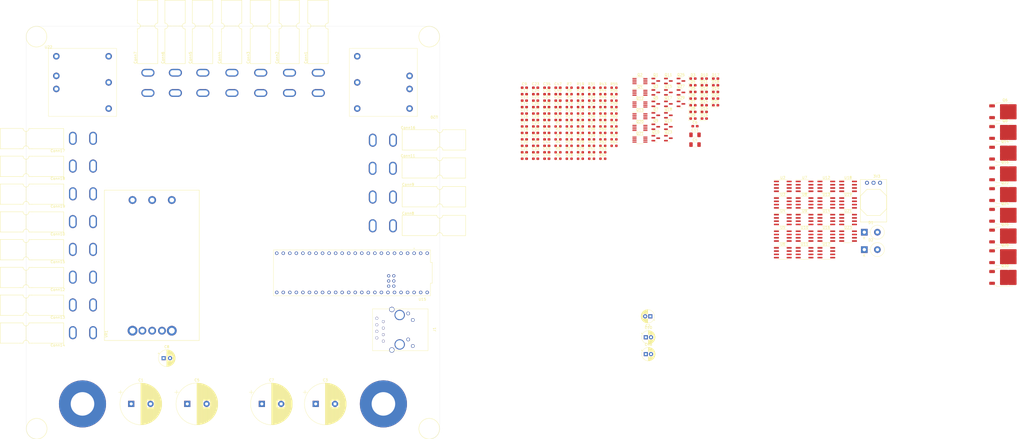
<source format=kicad_pcb>
(kicad_pcb (version 20221018) (generator pcbnew)
  (layers (0 "F.Cu" signal) (31 "B.Cu" signal) (34 "B.Paste" user) (35 "F.Paste" user) (36 "B.SilkS" user "B.Silkscreen") (37 "F.SilkS" user "F.Silkscreen") (38 "B.Mask" user) (39 "F.Mask" user) (44 "Edge.Cuts" user))
  (net 0 "")
  (net 1 "PV")
  (net 2 "GND")
  (net 3 "+12V")
  (net 4 "Switch_3 24V")
  (net 5 "+3V3")
  (net 6 "Net-(U2-FILTER)")
  (net 7 "Net-(U3-FILTER)")
  (net 8 "Net-(U4-FILTER)")
  (net 9 "Net-(U5-FILTER)")
  (net 10 "Net-(U6-FILTER)")
  (net 11 "Net-(U7-FILTER)")
  (net 12 "Net-(U8-FILTER)")
  (net 13 "Net-(U9-FILTER)")
  (net 14 "Net-(U10-FILTER)")
  (net 15 "Net-(U11-FILTER)")
  (net 16 "Net-(U12-FILTER)")
  (net 17 "Net-(U13-FILTER)")
  (net 18 "Net-(U14-FILTER)")
  (net 19 "Net-(C39-Pad2)")
  (net 20 "Net-(U16-FILTER)")
  (net 21 "Net-(U17-FILTER)")
  (net 22 "Net-(U18-FILTER)")
  (net 23 "Net-(U19-FILTER)")
  (net 24 "+24V")
  (net 25 "Net-(U21-FILTER)")
  (net 26 "Net-(U23-FILTER)")
  (net 27 "M1")
  (net 28 "M2")
  (net 29 "M3")
  (net 30 "M4")
  (net 31 "M5")
  (net 32 "M6")
  (net 33 "MS")
  (net 34 "Aux")
  (net 35 "HC_Spare")
  (net 36 "Cam")
  (net 37 "12V_Spare")
  (net 38 "RouterPi")
  (net 39 "Core")
  (net 40 "DiffGPS")
  (net 41 "LC_Spare")
  (net 42 "POE")
  (net 43 "Net Switch_1")
  (net 44 "Net Switch_2")
  (net 45 "Net Switch_3")
  (net 46 "Net-(D3-A)")
  (net 47 "Net-(D4-A)")
  (net 48 "Net-(D5-A)")
  (net 49 "Net-(D6-A)")
  (net 50 "Net-(D7-A)")
  (net 51 "Net-(D8-A)")
  (net 52 "Net-(D9-A)")
  (net 53 "Net-(D10-A)")
  (net 54 "Net-(D11-A)")
  (net 55 "Net-(D12-A)")
  (net 56 "Net-(D13-A)")
  (net 57 "Net-(D14-A)")
  (net 58 "Net-(D15-A)")
  (net 59 "Net-(D16-A)")
  (net 60 "Net-(D17-A)")
  (net 61 "Net-(D18-A)")
  (net 62 "Net-(D19-A)")
  (net 63 "Net-(D20-A)")
  (net 64 "Net-(D21-A)")
  (net 66 "LED")
  (net 68 "TX+")
  (net 69 "TX-")
  (net 71 "RX+")
  (net 72 "RX-")
  (net 73 "CTL_Cam")
  (net 74 "Net-(Q1-D)")
  (net 75 "Net-(Q2-G)")
  (net 76 "Net-(Q2-D-Pad5)")
  (net 77 "CTL_12V_Spare")
  (net 78 "Net-(Q3-D)")
  (net 79 "Net-(Q4-G)")
  (net 80 "Net-(Q4-D-Pad5)")
  (net 81 "CTL_M1")
  (net 82 "Net-(Q5-D)")
  (net 83 "Net-(Q6-G)")
  (net 84 "Net-(Q6-D)")
  (net 85 "CTL_HC_Spare")
  (net 86 "Net-(Q7-D)")
  (net 87 "Net-(Q8-G)")
  (net 88 "Net-(Q8-D)")
  (net 89 "CTL_DiffGPS")
  (net 90 "Net-(Q9-D)")
  (net 91 "CTL_LC_Spare")
  (net 92 "Net-(Q10-D)")
  (net 93 "CTL_M2")
  (net 94 "Net-(Q11-D)")
  (net 95 "Net-(Q12-G)")
  (net 96 "Net-(Q12-D-Pad5)")
  (net 97 "Net-(Q13-G)")
  (net 98 "Net-(Q13-D-Pad5)")
  (net 99 "Net-(Q14-G)")
  (net 100 "Net-(Q14-D)")
  (net 101 "CTL_Aux")
  (net 102 "Net-(Q15-D)")
  (net 103 "Net-(Q16-G)")
  (net 104 "Net-(Q16-D)")
  (net 105 "CTL_Core")
  (net 106 "Net-(Q17-D)")
  (net 107 "CTL_RouterPi")
  (net 108 "Net-(Q18-D)")
  (net 109 "CTL_M3")
  (net 110 "Net-(Q19-D)")
  (net 111 "Net-(Q20-G)")
  (net 112 "Net-(Q20-D-Pad5)")
  (net 113 "Net-(Q21-G)")
  (net 114 "Net-(Q21-D-Pad5)")
  (net 115 "Net-(Q22-G)")
  (net 116 "Net-(Q22-D)")
  (net 117 "CTL_MS")
  (net 118 "Net-(Q23-D)")
  (net 119 "Net-(Q24-G)")
  (net 120 "Net-(Q24-D)")
  (net 121 "CTL_M4")
  (net 122 "Net-(Q25-D)")
  (net 123 "Net-(Q26-G)")
  (net 124 "Net-(Q26-D)")
  (net 125 "CTL_M6")
  (net 126 "Net-(Q27-D)")
  (net 127 "Net-(Q28-G)")
  (net 128 "Net-(Q28-D)")
  (net 129 "CTL_M5")
  (net 130 "Net-(Q29-D)")
  (net 131 "Net-(Q30-G)")
  (net 132 "Net-(Q30-D)")
  (net 133 "CS_Cam")
  (net 134 "CS_12V_Spare")
  (net 135 "CS_M1")
  (net 136 "CS_HC_Spare")
  (net 137 "CS_DiffGPS")
  (net 138 "CS_LC_Spare")
  (net 139 "CS_M2")
  (net 140 "CS_Aux")
  (net 141 "CS_Core")
  (net 142 "CS_RouterPi")
  (net 143 "CS_M3")
  (net 144 "CS_MS")
  (net 145 "CS_M4")
  (net 153 "CS_Net Switch_3")
  (net 154 "CS_M5")
  (net 155 "CS_M6")
  (net 156 "CS_Net Switch_1")
  (net 160 "CS_Net Switch_2")
  (net 161 "CS_POE")
  (footprint "Resistor_SMD:R_0603_1608Metric_Pad0.98x0.95mm_HandSolder" (layer "F.Cu") (at 300.3515 90.364)
    (fp_text reference "R58")
    (fp_text value "10K")
  )
  (footprint "Resistor_SMD:R_0603_1608Metric_Pad0.98x0.95mm_HandSolder" (layer "F.Cu") (at 282.9515 102.914)
    (fp_text reference "R15")
    (fp_text value "10K")
  )
  (footprint "LED_SMD:LED_0603_1608Metric_Pad1.05x0.95mm_HandSolder" (layer "F.Cu") (at 331.0125 81.878)
    (fp_text reference "D4")
    (fp_text value "Green")
  )
  (footprint "Capacitor_SMD:C_0603_1608Metric_Pad1.08x0.95mm_HandSolder" (layer "F.Cu") (at 265.5515 110.444)
    (fp_text reference "C22")
    (fp_text value "1nF")
  )
  (footprint "Capacitor_SMD:C_0603_1608Metric_Pad1.08x0.95mm_HandSolder" (layer "F.Cu") (at 269.9015 90.364)
    (fp_text reference "C26")
    (fp_text value "0.1uF")
  )
  (footprint "LED_SMD:LED_0603_1608Metric_Pad1.05x0.95mm_HandSolder" (layer "F.Cu") (at 339.8025 87.058)
    (fp_text reference "D20")
    (fp_text value "Green")
  )
  (footprint "Capacitor_THT:CP_Radial_D16.0mm_P7.50mm" (layer "F.Cu") (at 112.896 205.74)
    (fp_text reference "C1")
    (fp_text value "1000uF")
  )
  (footprint "Capacitor_THT:CP_Radial_D5.0mm_P2.00mm" (layer "F.Cu") (at 314.452 171.704 180)
    (fp_text reference "C2")
    (fp_text value "22uF")
  )
  (footprint "MRDT_Connectors:Square_Anderson_2_H_Stacked" (layer "F.Cu") (at 90.5195 112.3467)
    (fp_text reference "Conn18")
    (fp_text value "AndersonPP")
  )
  (footprint "Resistor_SMD:R_0603_1608Metric_Pad0.98x0.95mm_HandSolder" (layer "F.Cu") (at 291.6515 95.384)
    (fp_text reference "R36")
    (fp_text value "3K")
  )
  (footprint "Capacitor_SMD:C_0603_1608Metric_Pad1.08x0.95mm_HandSolder" (layer "F.Cu") (at 274.2515 87.854)
    (fp_text reference "C37")
    (fp_text value "1nF")
  )
  (footprint "Resistor_SMD:R_0603_1608Metric_Pad0.98x0.95mm_HandSolder" (layer "F.Cu") (at 300.3515 100.404)
    (fp_text reference "R62")
    (fp_text value "10K")
  )
  (footprint "Capacitor_THT:CP_Radial_D5.0mm_P2.00mm" (layer "F.Cu") (at 312.707275 186.393)
    (fp_text reference "C48")
    (fp_text value "22uF")
  )
  (footprint "Package_SO:SOIC-8_3.9x4.9mm_P1.27mm" (layer "F.Cu") (at 374.3325 146.983)
    (fp_text reference "U11")
    (fp_text value "ACS725xLCTR-20AB")
  )
  (footprint "MRDT_Connectors:Square_Anderson_2_H_Stacked" (layer "F.Cu") (at 152.9563 77.3115 -90)
    (fp_text reference "Conn4")
    (fp_text value "AndersonPP")
  )
  (footprint "Capacitor_SMD:C_0603_1608Metric_Pad1.08x0.95mm_HandSolder" (layer "F.Cu") (at 265.5515 105.424)
    (fp_text reference "C20")
    (fp_text value "0.1uF")
  )
  (footprint "LED_SMD:LED_0603_1608Metric_Pad1.05x0.95mm_HandSolder" (layer "F.Cu") (at 335.4075 84.468)
    (fp_text reference "D12")
    (fp_text value "Green")
  )
  (footprint "Package_TO_SOT_SMD:TO-252-2" (layer "F.Cu") (at 452.1775 108.278)
    (fp_text reference "Q14")
    (fp_text value "SPD30P06PGBTMA1")
  )
  (footprint "Resistor_SMD:R_0603_1608Metric_Pad0.98x0.95mm_HandSolder" (layer "F.Cu") (at 291.6515 85.344)
    (fp_text reference "R32")
    (fp_text value "3K")
  )
  (footprint "Resistor_SMD:R_0603_1608Metric_Pad0.98x0.95mm_HandSolder" (layer "F.Cu") (at 300.3515 92.874)
    (fp_text reference "R59")
    (fp_text value "10K")
  )
  (footprint "Package_SO:SOIC-8_3.9x4.9mm_P1.27mm" (layer "F.Cu") (at 374.3325 140.533)
    (fp_text reference "U10")
    (fp_text value "ACS725xLCTR-20AB")
  )
  (footprint "Capacitor_SMD:C_0603_1608Metric_Pad1.08x0.95mm_HandSolder" (layer "F.Cu") (at 274.2515 107.934)
    (fp_text reference "C45")
    (fp_text value "1nF")
  )
  (footprint "LED_SMD:LED_0603_1608Metric_Pad1.05x0.95mm_HandSolder" (layer "F.Cu") (at 331.0125 84.468)
    (fp_text reference "D5")
    (fp_text value "Green")
  )
  (footprint "Resistor_SMD:R_0603_1608Metric_Pad0.98x0.95mm_HandSolder" (layer "F.Cu") (at 287.3015 107.934)
    (fp_text reference "R29")
    (fp_text value "10K")
  )
  (footprint "MRDT_Devices:Q36SR12020NRFA" (layer "F.Cu") (at 128.651 126.492 -90)
    (fp_text reference "VR1")
    (fp_text value "Q36SR12020NRFA")
  )
  (footprint "Resistor_SMD:R_0603_1608Metric_Pad0.98x0.95mm_HandSolder" (layer "F.Cu") (at 300.3515 105.424)
    (fp_text reference "R64")
    (fp_text value "3K")
  )
  (footprint "Capacitor_SMD:C_0603_1608Metric_Pad1.08x0.95mm_HandSolder" (layer "F.Cu") (at 278.6015 92.874)
    (fp_text reference "C52")
    (fp_text value "0.1uF")
  )
  (footprint "Package_TO_SOT_SMD:SOT-23" (layer "F.Cu") (at 326.3475 80.218)
    (fp_text reference "Q25")
    (fp_text value "BSS138")
  )
  (footprint "MRDT_Connectors:Square_Anderson_2_H_Stacked" (layer "F.Cu") (at 164.1323 77.3115 -90)
    (fp_text reference "Conn3")
    (fp_text value "AndersonPP")
  )
  (footprint "Resistor_SMD:R_0603_1608Metric_Pad0.98x0.95mm_HandSolder" (layer "F.Cu") (at 291.6515 105.424)
    (fp_text reference "R40")
    (fp_text value "10K")
  )
  (footprint "LED_SMD:LED_0603_1608Metric_Pad1.05x0.95mm_HandSolder" (layer "F.Cu") (at 339.8025 89.648)
    (fp_text reference "D21")
    (fp_text value "Green")
  )
  (footprint "MRDT_Connectors:Square_Anderson_2_H_Stacked" (layer "F.Cu") (at 90.5372 123.1417)
    (fp_text reference "Conn19")
    (fp_text value "AndersonPP")
  )
  (footprint "Capacitor_SMD:C_0603_1608Metric_Pad1.08x0.95mm_HandSolder" (layer "F.Cu") (at 278.6015 85.344)
    (fp_text reference "C49")
    (fp_text value "10uF")
  )
  (footprint "Resistor_SMD:R_0603_1608Metric_Pad0.98x0.95mm_HandSolder" (layer "F.Cu") (at 282.9515 85.344)
    (fp_text reference "R8")
    (fp_text value "1K")
  )
  (footprint "LED_SMD:LED_0603_1608Metric_Pad1.05x0.95mm_HandSolder" (layer "F.Cu") (at 331.0125 92.238)
    (fp_text reference "D8")
    (fp_text value "Green")
  )
  (footprint "Capacitor_SMD:C_0603_1608Metric_Pad1.08x0.95mm_HandSolder" (layer "F.Cu") (at 265.5515 100.404)
    (fp_text reference "C18")
    (fp_text value "0.1uF")
  )
  (footprint "Capacitor_SMD:C_0603_1608Metric_Pad1.08x0.95mm_HandSolder" (layer "F.Cu") (at 269.9015 105.424)
    (fp_text reference "C32")
    (fp_text value "0.1uF")
  )
  (footprint "Package_TO_SOT_SMD:TO-252-2" (layer "F.Cu") (at 452.1775 92.178)
    (fp_text reference "Q6")
    (fp_text value "SPD30P06PGBTMA1")
  )
  (footprint "Resistor_SMD:R_0603_1608Metric_Pad0.98x0.95mm_HandSolder" (layer "F.Cu") (at 287.3015 95.384)
    (fp_text reference "R24")
    (fp_text value "10K")
  )
  (footprint "Package_SO:MSOP-8_3x3mm_P0.65mm" (layer "F.Cu") (at 310.4175 89.368)
    (fp_text reference "Q12")
    (fp_text value "IRF7606PBF")
  )
  (footprint "Capacitor_SMD:C_0603_1608Metric_Pad1.08x0.95mm_HandSolder" (layer "F.Cu") (at 265.5515 95.384)
    (fp_text reference "C16")
    (fp_text value "1nF")
  )
  (footprint "Resistor_SMD:R_0603_1608Metric_Pad0.98x0.95mm_HandSolder" (layer "F.Cu") (at 282.9515 97.894)
    (fp_text reference "R13")
    (fp_text value "4.7K")
  )
  (footprint "MRDT_Drill_Holes:4_40_Hole_Corner" (layer "F.Cu") (at 80.20812 211.38388 180)
    (fp_text reference "V6" hide)
    (fp_text value "Via" hide)
  )
  (footprint "Capacitor_SMD:C_0603_1608Metric_Pad1.08x0.95mm_HandSolder" (layer "F.Cu") (at 265.5515 107.934)
    (fp_text reference "C21")
    (fp_text value "1nF")
  )
  (footprint "Resistor_SMD:R_0603_1608Metric_Pad0.98x0.95mm_HandSolder" (layer "F.Cu") (at 287.3015 92.874)
    (fp_text reference "R23")
    (fp_text value "4.7K")
  )
  (footprint "Resistor_SMD:R_0603_1608Metric_Pad0.98x0.95mm_HandSolder" (layer "F.Cu") (at 282.9515 107.934)
    (fp_text reference "R17")
    (fp_text value "4.7K")
  )
  (footprint "Resistor_SMD:R_0603_1608Metric_Pad0.98x0.95mm_HandSolder" (layer "F.Cu") (at 296.0015 92.874)
    (fp_text reference "R47")
    (fp_text value "3K")
  )
  (footprint "Resistor_SMD:R_0603_1608Metric_Pad0.98x0.95mm_HandSolder" (layer "F.Cu") (at 291.6515 92.874)
    (fp_text reference "R35")
    (fp_text value "10K")
  )
  (footprint "MRDT_Connectors:Square_Anderson_2_H_Stacked" (layer "F.Cu") (at 214.2338 126.2886 180)
    (fp_text reference "Conn9")
    (fp_text value "AndersonPP")
  )
  (footprint "MRDT_Connectors:Square_Anderson_2_H_Stacked" (layer "F.Cu") (at 90.5195 133.9367)
    (fp_text reference "Conn10")
    (fp_text value "AndersonPP")
  )
  (footprint "MRDT_Connectors:Square_Anderson_2_H_Stacked" (layer "F.Cu") (at 90.5195 101.5517)
    (fp_text reference "Conn17")
    (fp_text value "AndersonPP")
  )
  (footprint "Diode_THT:D_DO-201_P5.08mm_Vertical_KathodeUp" (layer "F.Cu") (at 397.5325 139.003)
    (fp_text reference "D1")
    (fp_text value "1.5KE36A+")
  )
  (footprint "Capacitor_SMD:C_0603_1608Metric_Pad1.08x0.95mm_HandSolder" (layer "F.Cu") (at 278.6015 82.834)
    (fp_text reference "C47")
    (fp_text value "1nF")
  )
  (footprint "Capacitor_SMD:C_0603_1608Metric_Pad1.08x0.95mm_HandSolder" (layer "F.Cu") (at 274.2515 97.894)
    (fp_text reference "C41")
    (fp_text value "0.1uF")
  )
  (footprint "Package_SO:SOIC-8_3.9x4.9mm_P1.27mm" (layer "F.Cu") (at 382.7825 127.633)
    (fp_text reference "U13")
    (fp_text value "ACS725xLCTR-20AB")
  )
  (footprint "Resistor_SMD:R_0603_1608Metric_Pad0.98x0.95mm_HandSolder" (layer "F.Cu") (at 291.6515 102.914)
    (fp_text reference "R39")
    (fp_text value "4.7K")
  )
  (footprint "Resistor_SMD:R_0603_1608Metric_Pad0.98x0.95mm_HandSolder" (layer "F.Cu") (at 282.9515 100.404)
    (fp_text reference "R14")
    (fp_text value "10K")
  )
  (footprint "Resistor_SMD:R_0603_1608Metric_Pad0.98x0.95mm_HandSolder" (layer "F.Cu") (at 296.0015 82.834)
    (fp_text reference "R43")
    (fp_text value "10K")
  )
  (footprint "Capacitor_SMD:C_1206_3216Metric_Pad1.33x1.80mm_HandSolder" (layer "F.Cu") (at 331.7975 104.948)
    (fp_text reference "C4")
    (fp_text value "10uF")
  )
  (footprint "MRDT_Connectors:Square_Anderson_2_H_Stacked" (layer "F.Cu") (at 130.998 77.3115 -90)
    (fp_text reference "Conn6")
    (fp_text value "AndersonPP")
  )
  (footprint "MRDT_Connectors:Square_Anderson_2_H_Stacked" (layer "F.Cu") (at 214.2338 137.4646 180)
    (fp_text reference "Conn8")
    (fp_text value "AndersonPP")
  )
  (footprint "LED_SMD:LED_0603_1608Metric_Pad1.05x0.95mm_HandSolder" (layer "F.Cu") (at 335.4075 79.288)
    (fp_text reference "D10")
    (fp_text value "Green")
  )
  (footprint "Package_TO_SOT_SMD:SOT-23" (layer "F.Cu") (at 316.5675 89.118)
    (fp_text reference "Q5")
    (fp_text value "BSS138")
  )
  (footprint "Capacitor_SMD:C_0603_1608Metric_Pad1.08x0.95mm_HandSolder" (layer "F.Cu") (at 278.6015 90.364)
    (fp_text reference "C51")
    (fp_text value "1nF")
  )
  (footprint "Capacitor_SMD:C_0603_1608Metric_Pad1.08x0.95mm_HandSolder" (layer "F.Cu") (at 269.9015 97.894)
    (fp_text reference "C29")
    (fp_text value "1nF")
  )
  (footprint "MRDT_Devices:PKE3316ZPI" (layer "F.Cu") (at 224.028 93.98 180)
    (fp_text reference "U20")
    (fp_text value "PKE3316ZPI")
  )
  (footprint "MRDT_Connectors:Square_Anderson_2_H_Stacked" (layer "F.Cu") (at 186.4843 77.3115 -90)
    (fp_text reference "Conn1")
    (fp_text value "AndersonPP")
  )
  (footprint "Package_SO:MSOP-8_3x3mm_P0.65mm" (layer "F.Cu") (at 310.4175 98.468)
    (fp_text reference "Q20")
    (fp_text value "IRF7606PBF")
  )
  (footprint "MRDT_Drill_Holes:BATT_PWR_VIA" (layer "F.Cu") (at 210.82 205.74 90)
    (fp_text reference "V2" hide)
    (fp_text value "BATT_PWR_VIA" hide)
  )
  (footprint "Resistor_SMD:R_0603_1608Metric_Pad0.98x0.95mm_HandSolder" (layer "F.Cu") (at 296.0015 85.344)
    (fp_text reference "R44")
    (fp_text value "10K")
  )
  (footprint "Package_TO_SOT_SMD:SOT-23" (layer "F.Cu") (at 316.5675 93.568)
    (fp_text reference "Q7")
    (fp_text value "BSS138")
  )
  (footprint "Capacitor_SMD:C_0603_1608Metric_Pad1.08x0.95mm_HandSolder" (layer "F.Cu") (at 269.9015 95.384)
    (fp_text reference "C28")
    (fp_text value "0.1uF")
  )
  (footprint "Package_SO:SOIC-8_3.9x4.9mm_P1.27mm" (layer "F.Cu") (at 365.8825 134.083)
    (fp_text reference "U4")
    (fp_text value "ACS725xLCTR-20AB")
  )
  (footprint "Package_SO:SOIC-8_3.9x4.9mm_P1.27mm" (layer "F.Cu") (at 391.2325 134.083)
    (fp_text reference "U21")
    (fp_text value "ACS725xLCTR-20AB")
  )
  (footprint "Resistor_SMD:R_0603_1608Metric_Pad0.98x0.95mm_HandSolder" (layer "F.Cu") (at 296.0015 97.894)
    (fp_text reference "R49")
    (fp_text value "4.7K")
  )
  (footprint "Resistor_SMD:R_0603_1608Metric_Pad0.98x0.95mm_HandSolder" (layer "F.Cu") (at 296.0015 95.384)
    (fp_text reference "R48")
    (fp_text value "3K")
  )
  (footprint "Package_SO:SOIC-8_3.9x4.9mm_P1.27mm" (layer "F.Cu") (at 391.2325 140.533)
    (fp_text reference "U23")
    (fp_text value "ACS725xLCTR-20AB")
  )
  (footprint "Resistor_SMD:R_0603_1608Metric_Pad0.98x0.95mm_HandSolder" (layer "F.Cu") (at 296.0015 102.914)
    (fp_text reference "R51")
    (fp_text value "10K")
  )
  (footprint "Resistor_SMD:R_0603_1608Metric_Pad0.98x0.95mm_HandSolder" (layer "F.Cu") (at 278.6015 102.914)
    (fp_text reference "R3")
    (fp_text value "1K")
  )
  (footprint "Capacitor_SMD:C_0603_1608Metric_Pad1.08x0.95mm_HandSolder" (layer "F.Cu") (at 269.9015 100.404)
    (fp_text reference "C30")
    (fp_text value "1nF")
  )
  (footprint "Package_TO_SOT_SMD:TO-252-2" (layer "F.Cu") (at 452.1775 148.528)
    (fp_text reference "Q28")
    (fp_text value "SPD30P06PGBTMA1")
  )
  (footprint "Package_TO_SOT_SMD:SOT-23" (layer "F.Cu") (at 316.5675 102.468)
    (fp_text reference "Q10")
    (fp_text value "BSS138")
  )
  (footprint "Package_SO:MSOP-8_3x3mm_P0.65mm" (layer "F.Cu") (at 310.4175 84.818)
    (fp_text reference "Q4")
    (fp_text value "IRF7606PBF")
  )
  (footprint "Resistor_SMD:R_0603_1608Metric_Pad0.98x0.95mm_HandSolder" (layer "F.Cu") (at 282.9515 95.384)
    (fp_text reference "R12")
    (fp_text value "1K")
  )
  (footprint "MRDT_Drill_Holes:4_40_Hole_Corner" (layer "F.Cu") (at 80.1257 67.00012 90)
    (fp_text reference "V4" hide)
    (fp_text value "Via" hide)
  )
  (footprint "Package_TO_SOT_SMD:SOT-23" (layer "F.Cu") (at 326.3475 89.118)
    (fp_text reference "Q29")
    (fp_text value "BSS138")
  )
  (footprint "Resistor_SMD:R_0603_1608Metric_Pad0.98x0.95mm_HandSolder" (layer "F.Cu") (at 287.3015 87.854)
    (fp_text reference "R21")
    (fp_text value "4.7K")
  )
  (footprint "Resistor_SMD:R_0603_1608Metric_Pad0.98x0.95mm_HandSolder" (layer "F.Cu") (at 278.6015 105.424)
    (fp_text reference "R4")
    (fp_text value "100")
  )
  (footprint "Package_SO:SOIC-8_3.9x4.9mm_P1.27mm" (layer "F.Cu") (at 374.3325 127.633)
    (fp_text reference "U8")
    (fp_text value "ACS725xLCTR-20AB")
  )
  (footprint "MRDT_Drill_Holes:4_40_Hole_Corner" (layer "F.Cu") (at 224.59188 211.38388 -90)
    (fp_text reference "V5" hide)
    (fp_text value "Via" hide)
  )
  (footprint "Resistor_SMD:R_0603_1608Metric_Pad0.98x0.95mm_HandSolder" (layer "F.Cu") (at 278.6015 110.444)
    (fp_text reference "R6")
    (fp_text value "10K")
  )
  (footprint "Package_TO_SOT_SMD:SOT-23" (layer "F.Cu") (at 326.3475 84.668)
    (fp_text reference "Q27")
    (fp_text value "BSS138")
  )
  (footprint "Resistor_SMD:R_0603_1608Metric_Pad0.98x0.95mm_HandSolder" (layer "F.Cu") (at 287.3015 100.404)
    (fp_text reference "R26")
    (fp_text value "10K")
  )
  (footprint "Resistor_SMD:R_0603_1608Metric_Pad0.98x0.95mm_HandSolder" (layer "F.Cu") (at 296.0015 107.934)
    (fp_text reference "R53")
    (fp_text value "4.7K")
  )
  (footprint "Package_TO_SOT_SMD:SOT-23" (layer "F.Cu") (at 321.4575 84.668)
    (fp_text reference "Q15")
    (fp_text value "BSS138")
  )
  (footprint "Resistor_SMD:R_0603_1608Metric_Pad0.98x0.95mm_HandSolder" (layer "F.Cu") (at 287.3015 97.894)
    (fp_text reference "R25")
    (fp_text value "10K")
  )
  (footprint "Capacitor_SMD:C_0603_1608Metric_Pad1.08x0.95mm_HandSolder" (layer "F.Cu") (at 274.2515 105.424)
    (fp_text reference "C44")
    (fp_text value "0.1uF")
  )
  (footprint "Capacitor_SMD:C_0603_1608Metric_Pad1.08x0.95mm_HandSolder" (layer "F.Cu") (at 274.2515 102.914)
    (fp_text reference "C43")
    (fp_text value "0.1uF")
  )
  (footprint "Package_TO_SOT_SMD:TO-252-2" (layer "F.Cu") (at 452.1775 124.378)
    (fp_text reference "Q22")
    (fp_text value "SPD30P06PGBTMA1")
  )
  (footprint "Package_SO:SOIC-8_3.9x4.9mm_P1.27mm" (layer "F.Cu") (at 382.7825 146.983)
    (fp_text reference "U17")
    (fp_text value "ACS725xLCTR-20AB")
  )
  (footprint "Capacitor_SMD:C_0603_1608Metric_Pad1.08x0.95mm_HandSolder" (layer "F.Cu") (at 331.7975 97.798)
    (fp_text reference "C6")
    (fp_text value "0.1uF")
  )
  (footprint "Package_TO_SOT_SMD:SOT-23" (layer "F.Cu") (at 321.4575 102.468)
    (fp_text reference "Q23")
    (fp_text value "BSS138")
  )
  (footprint "Package_SO:SOIC-8_3.9x4.9mm_P1.27mm" (layer "F.Cu") (at 365.8825 140.533)
    (fp_text reference "U5")
    (fp_text value "ACS725xLCTR-20AB")
  )
  (footprint "Resistor_SMD:R_0603_1608Metric_Pad0.98x0.95mm_HandSolder" (layer "F.Cu") (at 287.3015 82.834)
    (fp_text reference "R19")
    (fp_text value "10K")
  )
  (footprint "Capacitor_SMD:C_0603_1608Metric_Pad1.08x0.95mm_HandSolder" (layer "F.Cu") (at 265.5515 90.364)
    (fp_text reference "C14")
    (fp_text value "1nF")
  )
  (footprint "Package_TO_SOT_SMD:TO-252-2" (layer "F.Cu") (at 452.1775 140.478)
    (fp_text reference "Q26")
    (fp_text value "SPD30P06PGBTMA1")
  )
  (footprint "Capacitor_SMD:C_0603_1608Metric_Pad1.08x0.95mm_HandSolder" (layer "F.Cu") (at 274.2515 100.404)
    (fp_text reference "C42")
    (fp_text value "1nF")
  )
  (footprint "Capacitor_THT:CP_Radial_D6.3mm_P2.50mm" (layer "F.Cu") (at 125.476 187.96)
    (fp_text reference "C8")
    (fp_text value "220uF")
  )
  (footprint "Capacitor_SMD:C_0603_1608Metric_Pad1.08x0.95mm_HandSolder" (layer "F.Cu") (at 269.9015 82.834)
    (fp_text reference "C23")
    (fp_text value "0.1uF")
  )
  (footprint "Resistor_SMD:R_0603_1608Metric_Pad0.98x0.95mm_HandSolder" (layer "F.Cu") (at 291.6515 110.444)
    (fp_text reference "R42")
    (fp_text value "10K")
  )
  (footprint "Package_TO_SOT_SMD:SOT-23" (layer "F.Cu") (at 316.5675 98.018)
    (fp_text reference "Q9")
    (fp_text value "BSS138")
  )
  (footprint "LED_SMD:LED_0603_1608Metric_Pad1.05x0.95mm_HandSolder" (layer "F.Cu") (at 335.4075 89.648)
    (fp_text reference "D14")
    (fp_text value "Green")
  )
  (footprint "Capacitor_SMD:C_0603_1608Metric_Pad1.08x0.95mm_HandSolder" (layer "F.Cu") (at 274.2515 85.344)
    (fp_text reference "C36")
    (fp_text value "0.1uF")
  )
  (footprint "Capacitor_SMD:C_0603_1608Metric_Pad1.08x0.95mm_HandSolder" (layer "F.Cu") (at 269.9015 110.444)
    (fp_text reference "C34")
    (fp_text value "0.1uF")
  )
  (footprint "LED_SMD:LED_0603_1608Metric_Pad1.05x0.95mm_HandSolder" (layer "F.Cu") (at 339.8025 81.878)
    (fp_text reference "D18")
    (fp_text value "Green")
  )
  (footprint "Capacitor_SMD:C_0603_1608Metric_Pad1.08x0.95mm_HandSolder" (layer "F.Cu") (at 265.5515 85.344)
    (fp_text reference "C12")
    (fp_text value "22uF")
  )
  (footprint "Resistor_SMD:R_0603_1608Metric_Pad0.98x0.95mm_HandSolder" (layer "F.Cu") (at 300.3515 85.344)
    (fp_text reference "R56")
    (fp_text value "3K")
  )
  (footprint "MRDT_Connectors:Square_Anderson_2_H_Stacked" (layer "F.Cu") (at 214.2485 104.1883 180)
    (fp_text reference "Conn16")
    (fp_text value "AndersonPP")
  )
  (footprint "LED_SMD:LED_0603_1608Metric_Pad1.05x0.95mm_HandSolder" (layer "F.Cu") (at 339.8025 84.468)
    (fp_text reference "D19")
    (fp_text value "Green")
  )
  (footprint "MRDT_Connectors:Square_Anderson_2_H_Stacked" (layer "F.Cu") (at 120.33 77.3115 -90)
    (fp_text reference "Conn7")
    (fp_text value "AndersonPP")
  )
  (footprint "Package_TO_SOT_SMD:TO-252-2" (layer "F.Cu") (at 452.1775 132.428)
    (fp_text reference "Q24")
    (fp_text value "SPD30P06PGBTMA1")
  )
  (footprint "Capacitor_SMD:C_0603_1608Metric_Pad1.08x0.95mm_HandSolder" (layer "F.Cu") (at 265.5515 97.894)
    (fp_text reference "C17")
    (fp_text value "1nF")
  )
  (footprint "Package_TO_SOT_SMD:TO-252-2" (layer "F.Cu") (at 452.1775 156.578)
    (fp_text reference "Q30")
    (fp_text value "SPD30P06PGBTMA1")
  )
  (footprint "Resistor_SMD:R_0603_1608Metric_Pad0.98x0.95mm_HandSolder" (layer "F.Cu") (at 291.6515 90.364)
    (fp_text reference "R34")
    (fp_text value "10K")
  )
  (footprint "MRDT_Drill_Holes:BATT_PWR_VIA" (layer "F.Cu") (at 93.98 205.74 90)
    (fp_text reference "V1" hide)
    (fp_text value "GND" hide)
  )
  (footprint "Resistor_SMD:R_0603_1608Metric_Pad0.98x0.95mm_HandSolder" (layer "F.Cu") (at 300.3515 82.834)
    (fp_text reference "R55")
    (fp_text value "10K")
  )
  (footprint "Resistor_SMD:R_0603_1608Metric_Pad0.98x0.95mm_HandSolder" (layer "F.Cu") (at 300.3515 102.914)
    (fp_text reference "R63")
    (fp_text value "10K")
  )
  (footprint "Capacitor_SMD:C_0603_1608Metric_Pad1.08x0.95mm_HandSolder" (layer "F.Cu") (at 278.6015 95.384)
    (fp_text reference "C53")
    (fp_text value "1nF")
  )
  (footprint "Resistor_SMD:R_0603_1608Metric_Pad0.98x0.95mm_HandSolder" (layer "F.Cu") (at 282.9515 110.444)
    (fp_text reference "R18")
    (fp_text value "10K")
  )
  (footprint "Resistor_SMD:R_0603_1608Metric_Pad0.98x0.95mm_HandSolder" (layer "F.Cu") (at 300.3515 95.384)
    (fp_text reference "R60")
    (fp_text value "3K")
  )
  (footprint "Package_TO_SOT_SMD:SOT-23" (layer "F.Cu") (at 321.4575 98.018)
    (fp_text reference "Q19")
    (fp_text value "BSS138")
  )
  (footprint "Capacitor_SMD:C_0603_1608Metric_Pad1.08x0.95mm_HandSolder" (layer "F.Cu") (at 274.2515 90.364)
    (fp_text reference "C38")
    (fp_text value "0.1uF")
  )
  (footprint "Package_TO_SOT_SMD:TO-252-2" (layer "F.Cu") (at 452.1775 116.328)
    (fp_text reference "Q16")
    (fp_text value "SPD30P06PGBTMA1")
  )
  (footprint "Resistor_SMD:R_0603_1608Metric_Pad0.98x0.95mm_HandSolder" (layer "F.Cu") (at 282.9515 82.834)
    (fp_text reference "R7")
    (fp_text value "10K")
  )
  (footprint "MRDT_Connectors:Square_Anderson_2_H_Stacked" (layer "F.Cu") (at 90.5195 155.5267)
    (fp_text reference "Conn12")
    (fp_text value "AndersonPP")
  )
  (footprint "Package_SO:SOIC-8_3.9x4.9mm_P1.27mm" (layer "F.Cu") (at 365.8825 121.183)
    (fp_text reference "U2")
    (fp_text value "ACS725xLCTR-20AB")
  )
  (footprint "Capacitor_SMD:C_0603_1608Metric_Pad1.08x0.95mm_HandSolder" (layer "F.Cu") (at 274.2515 82.834)
    (fp_text reference "C35")
    (fp_text value "1nF")
  )
  (footprint "Package_SO:SOIC-8_3.9x4.9mm_P1.27mm" (layer "F.Cu") (at 391.2325 127.633)
    (fp_text reference "U19")
    (fp_text value "ACS725xLCTR-20AB")
  )
  (footprint "Package_SO:SOIC-8_3.9x4.9mm_P1.27mm" (layer "F.Cu") (at 374.3325 134.083)
    (fp_text reference "U9")
    (fp_text value "ACS725xLCTR-20AB")
  )
  (footprint "MRDT_Connectors:Square_Anderson_2_H_Stacked" (layer "F.Cu") (at 90.5195 177.1167)
    (fp_text reference "Conn14")
    (fp_text value "AndersonPP")
  )
  (footprint "MRDT_Connectors:Square_Anderson_2_H_Stacked" (layer "F.Cu") (at 90.5195 144.7317)
    (fp_text reference "Conn15")
    (fp_text value "AndersonPP")
  )
  (footprint "Capacitor_SMD:C_0603_1608Metric_Pad1.08x0.95mm_HandSolder" (layer "F.Cu") (at 265.5515 82.834)
    (fp_text reference "C9")
    (fp_text value "10uF")
  )
  (footprint "Package_TO_SOT_SMD:SOT-23" (layer "F.Cu") (at 321.4575 89.118)
    (fp_text reference "Q17")
    (fp_text value "BSS138")
  )
  (footprint "Package_SO:SOIC-8_3.9x4.9mm_P1.27mm" (layer "F.Cu") (at 391.2325 121.183)
    (fp_text reference "U18")
    (fp_text value "ACS725xLCTR-20AB")
  )
  (footprint "LED_SMD:LED_0603_1608Metric_Pad1.05x0.95mm_HandSolder" (layer "F.Cu") (at 331.0125 79.288)
    (fp_text reference "D3")
    (fp_text value "Green")
  )
  (footprint "Capacitor_THT:CP_Radial_D16.0mm_P7.50mm" (layer "F.Cu") (at 184.524 205.74)
    (fp_text reference "C3")
    (fp_text value "1000uF")
  )
  (footprint "Resistor_SMD:R_0603_1608Metric_Pad0.98x0.95mm_HandSolder" (layer "F.Cu") (at 291.6515 107.934)
    (fp_text reference "R41")
    (fp_text value "10K")
  )
  (footprint "Resistor_SMD:R_0603_1608Metric_Pad0.98x0.95mm_HandSolder" (layer "F.Cu") (at 291.6515 82.834)
    (fp_text reference "R31")
    (fp_text value "3K")
  )
  (footprint "Package_TO_SOT_SMD:SOT-23" (layer "F.Cu") (at 316.5675 84.668)
    (fp_text reference "Q3")
    (fp_text value "BSS138")
  )
  (footprint "Resistor_SMD:R_0603_1608Metric_Pad0.98x0.95mm_HandSolder" (layer "F.Cu") (at 282.9515 105.424)
    (fp_text reference "R16")
    (fp_text value "3K")
  )
  (footprint "MRDT_Connectors:Square_Anderson_2_H_Stacked" (layer "F.Cu") (at 175.3083 77.3115 -90)
    (fp_text reference "Conn2")
    (fp_text value "AndersonPP")
  )
  (footprint "Resistor_SMD:R_0603_1608Metric_Pad0.98x0.95mm_HandSolder" (layer "F.Cu") (at 296.0015 90.364)
    (fp_text reference "R46")
    (fp_text value "3K")
  )
  (footprint "Resistor_SMD:R_0603_1608Metric_Pad0.98x0.95mm_HandSolder" (layer "F.Cu") (at 282.9515 92.874)
    (fp_text reference "R11")
    (fp_text value "10K")
  )
  (footprint "Resistor_SMD:R_0603_1608Metric_Pad0.98x0.95mm_HandSolder" (layer "F.Cu") (at 291.6515 87.854)
    (fp_text reference "R33")
    (fp_text value "4.7K")
  )
  (footprint "LED_SMD:LED_0603_1608Metric_Pad1.05x0.95mm_HandSolder" (layer "F.Cu") (at 331.0125 87.058)
    (fp_text reference "D6")
    (fp_text value "Green")
  )
  (footprint "Resistor_SMD:R_0603_1608Metric_Pad0.98x0.95mm_HandSolder" (layer "F.Cu") (at 278.6015 107.934)
    (fp_text reference "R5")
    (fp_text value "4.7K")
  )
  (footprint "MRDT_Connectors:RJ45_Teensy" (layer "F.Cu") (at 230.138 176.786 90)
    (fp_text reference "J1")
    (fp_text value "RJ45_LED_Shielded")
  )
  (footprint "Resistor_SMD:R_0603_1608Metric_Pad0.98x0.95mm_HandSolder" (layer "F.Cu") (at 287.3015 85.344)
    (fp_text reference "R20")
    (fp_text value "3K")
  )
  (footprint "Capacitor_SMD:C_0603_1608Metric_Pad1.08x0.95mm_HandSolder" (layer "F.Cu") (at 269.9015 85.344)
    (fp_text reference "C24")
    (fp_text value "0.1uF")
  )
  (footprint "Resistor_SMD:R_0603_1608Metric_Pad0.98x0.95mm_HandSolder" (layer "F.Cu") (at 296.0015 100.404)
    (fp_text reference "R50")
    (fp_text value "10K")
  )
  (footprint "Capacitor_SMD:C_0603_1608Metric_Pad1.08x0.95mm_HandSolder" (layer "F.Cu") (at 278.6015 87.854)
    (fp_text reference "C50")
    (fp_text value "0.1uF")
  )
  (footprint "LED_SMD:LED_0603_1608Metric_Pad1.05x0.95mm_HandSolder" (layer "F.Cu") (at 331.0125 94.828)
    (fp_text reference "D9")
    (fp_text value "Green")
  )
  (footprint "Resistor_SMD:R_0603_1608Metric_Pad0.98x0.95mm_HandSolder" (layer "F.Cu") (at 278.6015 97.894)
    (fp_text reference "R1")
    (fp_text value "3k")
  )
  (footprint "LED_SMD:LED_0603_1608Metric_Pad1.05x0.95mm_HandSolder" (layer "F.Cu") (at 339.8025 79.288)
    (fp_text reference "D17")
    (fp_text value "Green")
  )
  (footprint "Resistor_SMD:R_0603_1608Metric_Pad0.98x0.95mm_HandSolder" (layer "F.Cu") (at 296.0015 110.444)
    (fp_text reference "R54")
    (fp_text value "10K")
  )
  (footprint "Resistor_SMD:R_0603_1608Metric_Pad0.98x0.95mm_HandSolder" (layer "F.Cu") (at 282.9515 90.364)
    (fp_text reference "R10")
    (fp_text value "10K")
  )
  (footprint "Capacitor_SMD:C_0603_1608Metric_Pad1.08x0.95mm_HandSolder" (layer "F.Cu") (at 269.9015 107.934)
    (fp_text reference "C33")
    (fp_text value "1nF")
  )
  (footprint "Package_SO:SOIC-8_3.9x4.9mm_P1.27mm" (layer "F.Cu") (at 382.7825 134.083)
    (fp_text reference "U14")
    (fp_text value "ACS725xLCTR-20AB")
  )
  (footprint "Package_SO:SOIC-8_3.9x4.9mm_P1.27mm" (layer "F.Cu") (at 382.7825 121.183)
    (fp_text reference "U12")
    (fp_text value "ACS725xLCTR-20AB")
  )
  (footprint "MRDT_Connectors:Square_Anderson_2_H_Stacked" (layer "F.Cu") (at 90.5195 166.3217)
    (fp_text reference "Conn13")
    (fp_text value "AndersonPP")
  )
  (footprint "MRDT_Devices:OKI_Horizontal" (layer "F.Cu") (at 398.5725 119.803)
    (fp_text reference "U1" hide)
    (fp_text value "3V3")
  )
  (footprint "Package_TO_SOT_SMD:TO-252-2" (layer "F.Cu") (at 452.1775 100.228)
    (fp_text reference "Q8")
    (fp_text value "SPD30P06PGBTMA1")
  )
  (footprint "Package_SO:MSOP-8_3x3mm_P0.65mm" (layer "F.Cu") (at 310.4175 80.268)
    (fp_text reference "Q2")
    (fp_text value "IRF7606PBF")
  )
  (footprint "Capacitor_THT:CP_Radial_D16.0mm_P7.50mm" (layer "F.Cu") (at 163.619246 205.74)
    (fp_text reference "C7")
    (fp_text value "1000uF")
  )
  (footprint "Capacitor_THT:CP_Radial_D5.0mm_P2.00mm" (layer "F.Cu") (at 312.707275 179.843)
    (fp_text reference "C10")
    (fp_text value "22uF")
  )
  (footprint "MRDT_Devices:PKE3316ZPI" (layer "F.Cu") (at 80.772 67.564)
    (fp_text reference "U22")
    (fp_text value "PKE3316ZPI")
  )
  (footprint "LED_SMD:LED_0603_1608Metric_Pad1.05x0.95mm_HandSolder" (layer "F.Cu") (at 335.4075 94.828)
    (fp_text reference "D16")
    (fp_text value "Green")
  )
  (footprint "Capacitor_THT:CP_Radial_D16.0mm_P7.50mm" (layer "F.Cu") (at 134.663246 205.74)
    (fp_text reference "C5")
    (fp_text value "1000uF")
  )
  (footprint "Package_SO:SOIC-8_3.9x4.9mm_P1.27mm" (layer "F.Cu") (at 365.8825 127.633)
    (fp_text reference "U3")
    (fp_text value "ACS725xLCTR-20AB")
  )
  (footprint "Resistor_SMD:R_0603_1608Metric_Pad0.98x0.95mm_HandSolder" (layer "F.Cu") (at 291.6515 100.404)
    (fp_text reference "R38")
    (fp_text value "4.7K")
  )
  (footprint "MRDT_Connectors:Square_Anderson_2_H_Stacked" (layer "F.Cu") (at 141.666 77.3115 -90)
    (fp_text reference "Conn5")
    (fp_text value "AndersonPP")
  )
  (footprint "MRDT_Connectors:Square_Anderson_2_H_Stacked" (layer "F.Cu") (at 214.1988 115.1126 180)
    (fp_text reference "Conn11")
    (fp_text value "AndersonPP")
  )
  (footprint "Capacitor_SMD:C_0603_1608Metric_Pad1.08x0.95mm_HandSolder" (layer "F.Cu") (at 269.9015 87.854)
    (fp_text reference "C25")
    (fp_text value "1nF")
  )
  (footprint "Capacitor_SMD:C_0603_1608Metric_Pad1.08x0.95mm_HandSolder" (layer "F.Cu") (at 274.2515 95.384)
    (fp_text reference "C40")
    (fp_text value "1nF")
  )
  (footprint "Resistor_SMD:R_0603_1608Metric_Pad0.98x0.95mm_HandSolder" (layer "F.Cu") (at 300.3515 97.894)
    (fp_text reference "R61")
    (fp_text value "4.7K")
  )
  (footprint "Resistor_SMD:R_0603_1608Metric_Pad0.98x0.95mm_HandSolder" (layer "F.Cu") (at 287.3015 110.444)
    (fp_text reference "R30")
    (fp_text value "3K")
  )
  (footprint "MRDT_Drill_Holes:4_40_Hole_Corner" (layer "F.Cu") (at 224.59188 67.00012)
    (fp_text reference "V3" hide)
    (fp_text value "Via" hide)
  )
  (footprint "Resistor_SMD:R_0603_1608Metric_Pad0.98x0.95mm_HandSolder" (layer "F.Cu") (at 300.3515 87.854)
    (fp_text reference "R57")
    (fp_text value "4.7K")
  )
  (footprint "Capacitor_SMD:C_0603_1608Metric_Pad1.08x0.95mm_HandSolder" (layer "F.Cu") (at 274.2515 110.444)
    (fp_text reference "C46")
    (fp_text value "0.1uF")
  )
  (footprint "Resistor_SMD:R_0603_1608Metric_Pad0.98x0.95mm_HandSolder" (layer "F.Cu") (at 278.6015 100.404)
    (fp_text reference "R2")
    (fp_text value "2K")
  )
  (footprint "Capacitor_SMD:C_1206_3216Metric_Pad1.33x1.80mm_HandSolder" (layer "F.Cu") (at 331.7975 101.148)
    (fp_text reference "C11")
    (fp_text value "10uF")
  )
  (footprint "Diode_THT:D_DO-201_P5.08mm_Vertical_KathodeUp" (layer "F.Cu") (at 397.5325 145.773)
    (fp_text reference "D2")
    (fp_text value "1.5KE36A+")
  )
  (footprint "Capacitor_SMD:C_0603_1608Metric_Pad1.08x0.95mm_HandSolder" (layer "F.Cu") (at 269.9015 92.874)
    (fp_text reference "C27")
    (fp_text value "1nF")
  )
  (footprint "Resistor_SMD:R_0603_1608Metric_Pad0.98x0.95mm_HandSolder" (layer "F.Cu") (at 296.0015 87.854)
    (fp_text reference "R45")
    (fp_text value "10K")
  )
  (footprint "Resistor_SMD:R_0603_1608Metric_Pad0.98x0.95mm_HandSolder" (layer "F.Cu") (at 291.6515 97.894)
    (fp_text reference "R37")
    (fp_text value "4.7K")
  )
  (footprint "Capacitor_SMD:C_0603_1608Metric_Pad1.08x0.95mm_HandSolder" (layer "F.Cu") (at 265.5515 92.874)
    (fp_text reference "C15")
    (fp_text value "0.1uF")
  )
  (footprint "Package_SO:SOIC-8_3.9x4.9mm_P1.27mm" (layer "F.Cu") (at 365.8825 146.983)
    (fp_text reference "U6")
    (fp_text value "ACS725xLCTR-20AB")
  )
  (footprint "Capacitor_SMD:C_0603_1608Metric_Pad1.08x0.95mm_HandSolder" (layer "F.Cu") (at 265.5515 102.914)
    (fp_text reference "C19")
    (fp_text value "1nF")
  )
  (footprint "Resistor_SMD:R_0603_1608Metric_Pad0.98x0.95mm_HandSolder" (layer "F.Cu") (at 287.3015 102.914)
    (fp_text reference "R27")
    (fp_text value "10K")
  )
  (footprint "Package_SO:MSOP-8_3x3mm_P0.65mm" (layer "F.Cu") (at 310.4175 93.918)
    (fp_text reference "Q13")
    (fp_text value "IRF7606PBF")
  )
  (footprint "LED_SMD:LED_0603_1608Metric_Pad1.05x0.95mm_HandSolder" (layer "F.Cu") (at 335.4075 81.878)
    (fp_text reference "D11")
    (fp_text value "Green")
  )
  (footprint "Resistor_SMD:R_0603_1608Metric_Pad0.98x0.95mm_HandSolder" (layer "F.Cu") (at 296.0015 105.424)
    (fp_text reference "R52")
    (fp_text value "3K")
  )
  (footprint "Capacitor_SMD:C_0603_1608Metric_Pad1.08x0.95mm_HandSolder" (layer "F.Cu") (at 274.2515 92.874)
    (fp_text reference "C39")
    (fp_text value "0.1uF")
  )
  (footprint "Resistor_SMD:R_0603_1608Metric_Pad0.98x0.95mm_HandSolder" (layer "F.Cu") (at 282.9515 87.854)
    (fp_text reference "R9")
    (fp_text value "4.7K")
  )
  (footprint "Package_SO:MSOP-8_3x3mm_P0.65mm" (layer "F.Cu") (at 310.4175 103.018)
    (fp_text reference "Q21")
    (fp_text value "IRF7606PBF")
  )
  (footprint "LED_SMD:LED_0603_1608Metric_Pad1.05x0.95mm_HandSolder" (layer "F.Cu") (at 335.4075 92.238)
    (fp_text reference "D15")
    (fp_text value "Green")
  )
  (footprint "Capacitor_SMD:C_0603_1608Metric_Pad1.08x0.95mm_HandSolder" (layer "F.Cu") (at 269.9015 102.914)
    (fp_text reference "C31")
    (fp_text value "0.1uF")
  )
  (footprint "Resistor_SMD:R_0603_1608Metric_Pad0.98x0.95mm_HandSolder" (layer "F.Cu") (at 287.3015 90.364)
    (fp_text reference "R22")
    (fp_text value "4.7K")
  )
  (footprint "Package_TO_SOT_SMD:SOT-23" (layer "F.Cu") (at 321.4575 80.218)
    (fp_text reference "Q11")
    (fp_text value "BSS138")
  )
  (footprint "MRDT_Shields:Teensy_4_1_Ethernet" (layer "F.Cu") (at 198.612 154.786 180)
    (fp_text reference "U15")
    (fp_text value "Teensy4.1_DEV-16771")
  )
  (footprint "Capacitor_SMD:C_0603_1608Metric_Pad1.08x0.95mm_HandSolder" (layer "F.Cu") (at 265.5515 87.854)
    (fp_text reference "C13")
    (fp_text value "0.1uF")
  )
  (footprint "Package_TO_SOT_SMD:SOT-23" (layer "F.Cu") (at 316.5675 80.218)
    (fp_text reference "Q1")
    (fp_text value "BSS138")
  )
  (footprint "Package_SO:SOIC-8_3.9x4.9mm_P1.27mm" (layer "F.Cu") (at 382.7825 140.533)
    (fp_text reference "U16")
    (fp_text value "ACS725xLCTR-20AB")
  )
  (footprint "LED_SMD:LED_0603_1608Metric_Pad1.05x0.95mm_HandSolder" (layer "F.Cu") (at 331.0125 89.648)
    (fp_text reference "D7")
    (fp_text value "Green")
  )
  (footprint "Package_SO:SOIC-8_3.9x4.9mm_P1.27mm" (layer "F.Cu") (at 374.3325 121.183)
    (fp_text reference "U7")
    (fp_text value "ACS725xLCTR-20AB")
  )
  (footprint "LED_SMD:LED_0603_1608Metric_Pad1.05x0.95mm_HandSolder" (layer "F.Cu") (at 335.4075 87.058)
    (fp_text reference "D13")
    (fp_text value "Green")
  )
  (footprint "Resistor_SMD:R_0603_1608Metric_Pad0.98x0.95mm_HandSolder" (layer "F.Cu") (at 287.3015 105.424)
    (fp_text reference "R28")
    (fp_text value "10K")
  )
  (footprint "Package_TO_SOT_SMD:SOT-23" (layer "F.Cu") (at 321.4575 93.568)
    (fp_text reference "Q18")
    (fp_text value "BSS138")
  )
  (gr_arc (start 228.6 58.928) (mid 231.473682 60.118318) (end 232.664 62.992) (stroke (width 0.05)) (layer "Edge.Cuts"))
  (gr_line (start 232.664 62.992) (end 232.664 215.392) (stroke (width 0.05)) (layer "Edge.Cuts"))
  (gr_arc (start 76.2 219.456) (mid 73.326318 218.265682) (end 72.136 215.392) (stroke (width 0.05)) (layer "Edge.Cuts"))
  (gr_line (start 228.6 219.456) (end 76.2 219.456) (stroke (width 0.05)) (layer "Edge.Cuts"))
  (gr_arc (start 232.664 215.392) (mid 231.473682 218.265682) (end 228.6 219.456) (stroke (width 0.05)) (layer "Edge.Cuts"))
  (gr_line (start 72.136 62.992) (end 72.136 215.392) (stroke (width 0.05)) (layer "Edge.Cuts"))
  (gr_arc (start 72.136 62.992) (mid 73.326318 60.118318) (end 76.2 58.928) (stroke (width 0.05)) (layer "Edge.Cuts"))
  (gr_line (start 76.2 58.928) (end 228.6 58.928) (stroke (width 0.05)) (layer "Edge.Cuts"))
)
</source>
